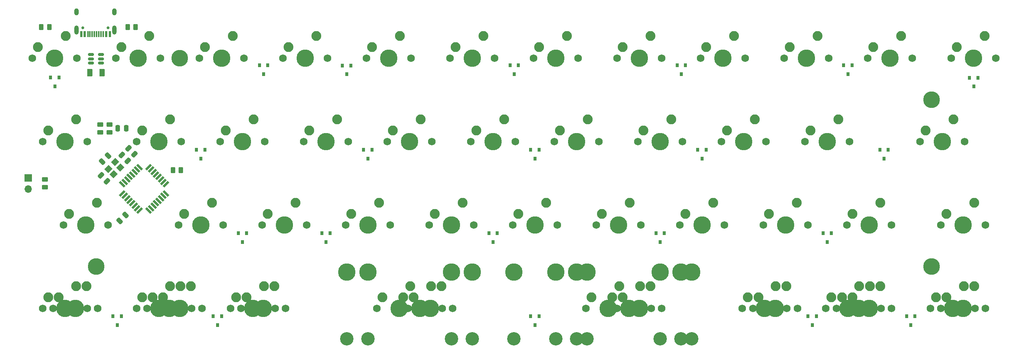
<source format=gbr>
%TF.GenerationSoftware,KiCad,Pcbnew,(6.0.1)*%
%TF.CreationDate,2022-03-03T09:55:52+01:00*%
%TF.ProjectId,bm42,626d3432-2e6b-4696-9361-645f70636258,rev?*%
%TF.SameCoordinates,Original*%
%TF.FileFunction,Soldermask,Bot*%
%TF.FilePolarity,Negative*%
%FSLAX46Y46*%
G04 Gerber Fmt 4.6, Leading zero omitted, Abs format (unit mm)*
G04 Created by KiCad (PCBNEW (6.0.1)) date 2022-03-03 09:55:52*
%MOMM*%
%LPD*%
G01*
G04 APERTURE LIST*
G04 Aperture macros list*
%AMRoundRect*
0 Rectangle with rounded corners*
0 $1 Rounding radius*
0 $2 $3 $4 $5 $6 $7 $8 $9 X,Y pos of 4 corners*
0 Add a 4 corners polygon primitive as box body*
4,1,4,$2,$3,$4,$5,$6,$7,$8,$9,$2,$3,0*
0 Add four circle primitives for the rounded corners*
1,1,$1+$1,$2,$3*
1,1,$1+$1,$4,$5*
1,1,$1+$1,$6,$7*
1,1,$1+$1,$8,$9*
0 Add four rect primitives between the rounded corners*
20,1,$1+$1,$2,$3,$4,$5,0*
20,1,$1+$1,$4,$5,$6,$7,0*
20,1,$1+$1,$6,$7,$8,$9,0*
20,1,$1+$1,$8,$9,$2,$3,0*%
%AMRotRect*
0 Rectangle, with rotation*
0 The origin of the aperture is its center*
0 $1 length*
0 $2 width*
0 $3 Rotation angle, in degrees counterclockwise*
0 Add horizontal line*
21,1,$1,$2,0,0,$3*%
G04 Aperture macros list end*
%ADD10C,3.987800*%
%ADD11C,1.750000*%
%ADD12C,2.250000*%
%ADD13C,3.048000*%
%ADD14RoundRect,0.250000X0.512652X0.159099X0.159099X0.512652X-0.512652X-0.159099X-0.159099X-0.512652X0*%
%ADD15RoundRect,0.250000X-0.262500X-0.450000X0.262500X-0.450000X0.262500X0.450000X-0.262500X0.450000X0*%
%ADD16RotRect,1.600000X0.550000X315.000000*%
%ADD17RotRect,1.600000X0.550000X225.000000*%
%ADD18R,0.800000X0.900000*%
%ADD19C,3.800000*%
%ADD20RoundRect,0.250000X0.262500X0.450000X-0.262500X0.450000X-0.262500X-0.450000X0.262500X-0.450000X0*%
%ADD21RoundRect,0.150000X0.512500X0.150000X-0.512500X0.150000X-0.512500X-0.150000X0.512500X-0.150000X0*%
%ADD22RotRect,1.400000X1.200000X45.000000*%
%ADD23RoundRect,0.250000X0.159099X-0.512652X0.512652X-0.159099X-0.159099X0.512652X-0.512652X0.159099X0*%
%ADD24RoundRect,0.250000X0.450000X-0.262500X0.450000X0.262500X-0.450000X0.262500X-0.450000X-0.262500X0*%
%ADD25RoundRect,0.250000X0.375000X0.625000X-0.375000X0.625000X-0.375000X-0.625000X0.375000X-0.625000X0*%
%ADD26RoundRect,0.250000X-0.450000X0.262500X-0.450000X-0.262500X0.450000X-0.262500X0.450000X0.262500X0*%
%ADD27RoundRect,0.250000X-0.159099X0.512652X-0.512652X0.159099X0.159099X-0.512652X0.512652X-0.159099X0*%
%ADD28RoundRect,0.250000X-0.250000X-0.475000X0.250000X-0.475000X0.250000X0.475000X-0.250000X0.475000X0*%
%ADD29R,1.700000X1.700000*%
%ADD30O,1.700000X1.700000*%
%ADD31C,0.650000*%
%ADD32R,0.600000X1.450000*%
%ADD33R,0.300000X1.450000*%
%ADD34O,1.000000X2.100000*%
%ADD35O,1.000000X1.600000*%
G04 APERTURE END LIST*
D10*
%TO.C,MX26*%
X114300000Y-107950000D03*
D11*
X119380000Y-107950000D03*
X109220000Y-107950000D03*
D12*
X110490000Y-105410000D03*
X116840000Y-102870000D03*
%TD*%
D10*
%TO.C,MX55*%
X247650000Y-127000000D03*
D11*
X242570000Y-127000000D03*
X252730000Y-127000000D03*
D12*
X243840000Y-124460000D03*
X250190000Y-121920000D03*
%TD*%
D11*
%TO.C,MX5*%
X113982500Y-69850000D03*
X124142500Y-69850000D03*
D10*
X119062500Y-69850000D03*
D12*
X115252500Y-67310000D03*
X121602500Y-64770000D03*
%TD*%
D11*
%TO.C,MX52*%
X209867500Y-127000000D03*
X199707500Y-127000000D03*
D10*
X204787500Y-127000000D03*
D12*
X200977500Y-124460000D03*
X207327500Y-121920000D03*
%TD*%
D10*
%TO.C,MX31*%
X209550000Y-107950000D03*
D11*
X204470000Y-107950000D03*
X214630000Y-107950000D03*
D12*
X205740000Y-105410000D03*
X212090000Y-102870000D03*
%TD*%
D10*
%TO.C,MX3*%
X80962500Y-69850000D03*
D11*
X75882500Y-69850000D03*
X86042500Y-69850000D03*
D12*
X77152500Y-67310000D03*
X83502500Y-64770000D03*
%TD*%
D11*
%TO.C,MX15*%
X109855000Y-88900000D03*
X99695000Y-88900000D03*
D10*
X104775000Y-88900000D03*
D12*
X100965000Y-86360000D03*
X107315000Y-83820000D03*
%TD*%
D11*
%TO.C,MX12*%
X40163750Y-88900000D03*
X50323750Y-88900000D03*
D10*
X45243750Y-88900000D03*
D12*
X41433750Y-86360000D03*
X47783750Y-83820000D03*
%TD*%
D11*
%TO.C,MX32*%
X233680000Y-107950000D03*
D10*
X228600000Y-107950000D03*
D11*
X223520000Y-107950000D03*
D12*
X224790000Y-105410000D03*
X231140000Y-102870000D03*
%TD*%
D11*
%TO.C,MX1*%
X37782500Y-69850000D03*
D10*
X42862500Y-69850000D03*
D11*
X47942500Y-69850000D03*
D12*
X39052500Y-67310000D03*
X45402500Y-64770000D03*
%TD*%
D11*
%TO.C,MX43*%
X247332500Y-69850000D03*
X257492500Y-69850000D03*
D10*
X252412500Y-69850000D03*
D12*
X248602500Y-67310000D03*
X254952500Y-64770000D03*
%TD*%
D11*
%TO.C,MX34*%
X40163750Y-127000000D03*
X50323750Y-127000000D03*
D10*
X45243750Y-127000000D03*
D12*
X41433750Y-124460000D03*
X47783750Y-121920000D03*
%TD*%
D11*
%TO.C,MX2*%
X56832500Y-69850000D03*
D10*
X61912500Y-69850000D03*
D11*
X66992500Y-69850000D03*
D12*
X58102500Y-67310000D03*
X64452500Y-64770000D03*
%TD*%
D10*
%TO.C,MX53*%
X226218750Y-127000000D03*
D11*
X221138750Y-127000000D03*
X231298750Y-127000000D03*
D12*
X222408750Y-124460000D03*
X228758750Y-121920000D03*
%TD*%
D11*
%TO.C,MX25*%
X100330000Y-107950000D03*
D10*
X95250000Y-107950000D03*
D11*
X90170000Y-107950000D03*
D12*
X91440000Y-105410000D03*
X97790000Y-102870000D03*
%TD*%
D10*
%TO.C,MX54*%
X223837500Y-127000000D03*
D11*
X228917500Y-127000000D03*
X218757500Y-127000000D03*
D12*
X220027500Y-124460000D03*
X226377500Y-121920000D03*
%TD*%
D11*
%TO.C,MX50*%
X76517500Y-127000000D03*
D10*
X71437500Y-127000000D03*
D11*
X66357500Y-127000000D03*
D12*
X67627500Y-124460000D03*
X73977500Y-121920000D03*
%TD*%
D11*
%TO.C,MX49*%
X63976250Y-127000000D03*
D10*
X69056250Y-127000000D03*
D11*
X74136250Y-127000000D03*
D12*
X65246250Y-124460000D03*
X71596250Y-121920000D03*
%TD*%
D10*
%TO.C,MX22*%
X245268750Y-88900000D03*
D11*
X250348750Y-88900000D03*
X240188750Y-88900000D03*
D12*
X241458750Y-86360000D03*
X247808750Y-83820000D03*
%TD*%
D10*
%TO.C,MX39*%
X188118750Y-118745000D03*
D11*
X171132500Y-127000000D03*
D10*
X164306250Y-118745000D03*
D13*
X188118750Y-133985000D03*
D11*
X181292500Y-127000000D03*
D10*
X176212500Y-127000000D03*
D13*
X164306250Y-133985000D03*
D12*
X172402500Y-124460000D03*
X178752500Y-121920000D03*
%TD*%
D10*
%TO.C,MX19*%
X180975000Y-88900000D03*
D11*
X186055000Y-88900000D03*
X175895000Y-88900000D03*
D12*
X177165000Y-86360000D03*
X183515000Y-83820000D03*
%TD*%
D11*
%TO.C,MX7*%
X162242500Y-69850000D03*
D10*
X157162500Y-69850000D03*
D11*
X152082500Y-69850000D03*
D12*
X153352500Y-67310000D03*
X159702500Y-64770000D03*
%TD*%
D11*
%TO.C,MX20*%
X194945000Y-88900000D03*
X205105000Y-88900000D03*
D10*
X200025000Y-88900000D03*
D12*
X196215000Y-86360000D03*
X202565000Y-83820000D03*
%TD*%
D11*
%TO.C,MX48*%
X42545000Y-127000000D03*
D10*
X47625000Y-127000000D03*
D11*
X52705000Y-127000000D03*
D12*
X43815000Y-124460000D03*
X50165000Y-121920000D03*
%TD*%
D11*
%TO.C,MX18*%
X156845000Y-88900000D03*
X167005000Y-88900000D03*
D10*
X161925000Y-88900000D03*
D12*
X158115000Y-86360000D03*
X164465000Y-83820000D03*
%TD*%
D11*
%TO.C,MX17*%
X137795000Y-88900000D03*
D10*
X142875000Y-88900000D03*
D11*
X147955000Y-88900000D03*
D12*
X139065000Y-86360000D03*
X145415000Y-83820000D03*
%TD*%
D10*
%TO.C,MX40*%
X207168750Y-127000000D03*
D11*
X212248750Y-127000000D03*
X202088750Y-127000000D03*
D12*
X203358750Y-124460000D03*
X209708750Y-121920000D03*
%TD*%
D11*
%TO.C,MX36*%
X83026250Y-127000000D03*
D10*
X88106250Y-127000000D03*
D11*
X93186250Y-127000000D03*
D12*
X84296250Y-124460000D03*
X90646250Y-121920000D03*
%TD*%
D11*
%TO.C,MX51*%
X85407500Y-127000000D03*
D10*
X90487500Y-127000000D03*
D11*
X95567500Y-127000000D03*
D12*
X86677500Y-124460000D03*
X93027500Y-121920000D03*
%TD*%
D11*
%TO.C,MX27*%
X128270000Y-107950000D03*
D10*
X133350000Y-107950000D03*
D11*
X138430000Y-107950000D03*
D12*
X129540000Y-105410000D03*
X135890000Y-102870000D03*
%TD*%
D11*
%TO.C,MX41*%
X223520000Y-127000000D03*
D10*
X228600000Y-127000000D03*
D11*
X233680000Y-127000000D03*
D12*
X224790000Y-124460000D03*
X231140000Y-121920000D03*
%TD*%
D13*
%TO.C,MX37*%
X147637500Y-133985000D03*
D10*
X128587500Y-127000000D03*
X109537500Y-118745000D03*
D11*
X133667500Y-127000000D03*
D10*
X147637500Y-118745000D03*
D13*
X109537500Y-133985000D03*
D11*
X123507500Y-127000000D03*
D12*
X124777500Y-124460000D03*
X131127500Y-121920000D03*
%TD*%
D10*
%TO.C,MX46*%
X121443750Y-127000000D03*
D11*
X116363750Y-127000000D03*
D13*
X133350000Y-133985000D03*
D11*
X126523750Y-127000000D03*
D13*
X109537500Y-133985000D03*
D10*
X133350000Y-118745000D03*
X109537500Y-118745000D03*
D12*
X117633750Y-124460000D03*
X123983750Y-121920000D03*
%TD*%
D11*
%TO.C,MX14*%
X80645000Y-88900000D03*
D10*
X85725000Y-88900000D03*
D11*
X90805000Y-88900000D03*
D12*
X81915000Y-86360000D03*
X88265000Y-83820000D03*
%TD*%
D11*
%TO.C,MX10*%
X219392500Y-69850000D03*
X209232500Y-69850000D03*
D10*
X214312500Y-69850000D03*
D12*
X210502500Y-67310000D03*
X216852500Y-64770000D03*
%TD*%
D10*
%TO.C,MX4*%
X100012500Y-69850000D03*
D11*
X94932500Y-69850000D03*
X105092500Y-69850000D03*
D12*
X96202500Y-67310000D03*
X102552500Y-64770000D03*
%TD*%
D10*
%TO.C,MX45*%
X161925000Y-118745000D03*
D11*
X168751250Y-127000000D03*
X178911250Y-127000000D03*
D10*
X173831250Y-127000000D03*
D13*
X185737500Y-133985000D03*
X161925000Y-133985000D03*
D10*
X185737500Y-118745000D03*
D12*
X170021250Y-124460000D03*
X176371250Y-121920000D03*
%TD*%
D10*
%TO.C,MX33*%
X250031250Y-107950000D03*
D11*
X255111250Y-107950000D03*
X244951250Y-107950000D03*
D12*
X246221250Y-105410000D03*
X252571250Y-102870000D03*
%TD*%
D11*
%TO.C,MX21*%
X213995000Y-88900000D03*
X224155000Y-88900000D03*
D10*
X219075000Y-88900000D03*
D12*
X215265000Y-86360000D03*
X221615000Y-83820000D03*
%TD*%
D10*
%TO.C,MX6*%
X138112500Y-69850000D03*
D11*
X133032500Y-69850000D03*
X143192500Y-69850000D03*
D12*
X134302500Y-67310000D03*
X140652500Y-64770000D03*
%TD*%
D10*
%TO.C,MX23*%
X50006250Y-107950000D03*
D11*
X44926250Y-107950000D03*
X55086250Y-107950000D03*
D12*
X46196250Y-105410000D03*
X52546250Y-102870000D03*
%TD*%
D11*
%TO.C,MX28*%
X147320000Y-107950000D03*
X157480000Y-107950000D03*
D10*
X152400000Y-107950000D03*
D12*
X148590000Y-105410000D03*
X154940000Y-102870000D03*
%TD*%
D10*
%TO.C,MX47*%
X157162500Y-118745000D03*
D13*
X180975000Y-133985000D03*
D11*
X174148750Y-127000000D03*
D10*
X169068750Y-127000000D03*
D11*
X163988750Y-127000000D03*
D13*
X157162500Y-133985000D03*
D10*
X180975000Y-118745000D03*
D12*
X165258750Y-124460000D03*
X171608750Y-121920000D03*
%TD*%
D11*
%TO.C,MX29*%
X176530000Y-107950000D03*
X166370000Y-107950000D03*
D10*
X171450000Y-107950000D03*
D12*
X167640000Y-105410000D03*
X173990000Y-102870000D03*
%TD*%
D11*
%TO.C,MX30*%
X195580000Y-107950000D03*
X185420000Y-107950000D03*
D10*
X190500000Y-107950000D03*
D12*
X186690000Y-105410000D03*
X193040000Y-102870000D03*
%TD*%
D10*
%TO.C,MX9*%
X195262500Y-69850000D03*
D11*
X200342500Y-69850000D03*
X190182500Y-69850000D03*
D12*
X191452500Y-67310000D03*
X197802500Y-64770000D03*
%TD*%
D10*
%TO.C,MX44*%
X126206250Y-127000000D03*
D13*
X138112500Y-133985000D03*
D11*
X131286250Y-127000000D03*
D10*
X138112500Y-118745000D03*
X114300000Y-118745000D03*
D11*
X121126250Y-127000000D03*
D13*
X114300000Y-133985000D03*
D12*
X122396250Y-124460000D03*
X128746250Y-121920000D03*
%TD*%
D11*
%TO.C,MX16*%
X118745000Y-88900000D03*
X128905000Y-88900000D03*
D10*
X123825000Y-88900000D03*
D12*
X120015000Y-86360000D03*
X126365000Y-83820000D03*
%TD*%
D11*
%TO.C,MX24*%
X71120000Y-107950000D03*
X81280000Y-107950000D03*
D10*
X76200000Y-107950000D03*
D12*
X72390000Y-105410000D03*
X78740000Y-102870000D03*
%TD*%
D11*
%TO.C,MX35*%
X61595000Y-127000000D03*
X71755000Y-127000000D03*
D10*
X66675000Y-127000000D03*
D12*
X62865000Y-124460000D03*
X69215000Y-121920000D03*
%TD*%
D11*
%TO.C,MX42*%
X255111250Y-127000000D03*
X244951250Y-127000000D03*
D10*
X250031250Y-127000000D03*
D12*
X246221250Y-124460000D03*
X252571250Y-121920000D03*
%TD*%
D11*
%TO.C,MX11*%
X228282500Y-69850000D03*
X238442500Y-69850000D03*
D10*
X233362500Y-69850000D03*
D12*
X229552500Y-67310000D03*
X235902500Y-64770000D03*
%TD*%
D10*
%TO.C,MX13*%
X66675000Y-88900000D03*
D11*
X71755000Y-88900000D03*
X61595000Y-88900000D03*
D12*
X62865000Y-86360000D03*
X69215000Y-83820000D03*
%TD*%
D11*
%TO.C,MX8*%
X171132500Y-69850000D03*
D10*
X176212500Y-69850000D03*
D11*
X181292500Y-69850000D03*
D12*
X172402500Y-67310000D03*
X178752500Y-64770000D03*
%TD*%
D14*
%TO.C,C2*%
X61080211Y-91782574D03*
X59736709Y-90439072D03*
%TD*%
D15*
%TO.C,R1*%
X39854500Y-62738000D03*
X41679500Y-62738000D03*
%TD*%
D16*
%TO.C,U1*%
X58299734Y-98699944D03*
X58865420Y-98134259D03*
X59431105Y-97568573D03*
X59996790Y-97002888D03*
X60562476Y-96437202D03*
X61128161Y-95871517D03*
X61693847Y-95305832D03*
X62259532Y-94740146D03*
D17*
X64310142Y-94740146D03*
X64875827Y-95305832D03*
X65441513Y-95871517D03*
X66007198Y-96437202D03*
X66572884Y-97002888D03*
X67138569Y-97568573D03*
X67704254Y-98134259D03*
X68269940Y-98699944D03*
D16*
X68269940Y-100750554D03*
X67704254Y-101316239D03*
X67138569Y-101881925D03*
X66572884Y-102447610D03*
X66007198Y-103013296D03*
X65441513Y-103578981D03*
X64875827Y-104144666D03*
X64310142Y-104710352D03*
D17*
X62259532Y-104710352D03*
X61693847Y-104144666D03*
X61128161Y-103578981D03*
X60562476Y-103013296D03*
X59996790Y-102447610D03*
X59431105Y-101881925D03*
X58865420Y-101316239D03*
X58299734Y-100750554D03*
%TD*%
D18*
%TO.C,D6*%
X223774000Y-73517000D03*
X222824000Y-71517000D03*
X224724000Y-71517000D03*
%TD*%
%TO.C,D19*%
X57150000Y-130794000D03*
X56200000Y-128794000D03*
X58100000Y-128794000D03*
%TD*%
%TO.C,D2*%
X90551000Y-73517000D03*
X89601000Y-71517000D03*
X91501000Y-71517000D03*
%TD*%
D19*
%TO.C,H2*%
X242887500Y-79375000D03*
%TD*%
D14*
%TO.C,C3*%
X54806409Y-97980174D03*
X53462907Y-96636672D03*
%TD*%
D19*
%TO.C,H5*%
X242887500Y-117475000D03*
%TD*%
D18*
%TO.C,D18*%
X219075000Y-111871000D03*
X218125000Y-109871000D03*
X220025000Y-109871000D03*
%TD*%
%TO.C,D11*%
X190500000Y-92821000D03*
X189550000Y-90821000D03*
X191450000Y-90821000D03*
%TD*%
%TO.C,D1*%
X42926000Y-76311000D03*
X41976000Y-74311000D03*
X43876000Y-74311000D03*
%TD*%
D20*
%TO.C,R5*%
X71676900Y-95402400D03*
X69851900Y-95402400D03*
%TD*%
D18*
%TO.C,D9*%
X114300000Y-92821000D03*
X113350000Y-90821000D03*
X115250000Y-90821000D03*
%TD*%
D19*
%TO.C,H1*%
X71437500Y-69850000D03*
%TD*%
D18*
%TO.C,D23*%
X215646000Y-130794000D03*
X214696000Y-128794000D03*
X216596000Y-128794000D03*
%TD*%
%TO.C,D14*%
X85725000Y-111871000D03*
X84775000Y-109871000D03*
X86675000Y-109871000D03*
%TD*%
%TO.C,D15*%
X104775000Y-111871000D03*
X103825000Y-109871000D03*
X105725000Y-109871000D03*
%TD*%
%TO.C,D10*%
X152400000Y-92821000D03*
X151450000Y-90821000D03*
X153350000Y-90821000D03*
%TD*%
D21*
%TO.C,U2*%
X53410700Y-69052400D03*
X53410700Y-70002400D03*
X53410700Y-70952400D03*
X51135700Y-70952400D03*
X51135700Y-70002400D03*
X51135700Y-69052400D03*
%TD*%
D18*
%TO.C,D24*%
X238125000Y-130794000D03*
X237175000Y-128794000D03*
X239075000Y-128794000D03*
%TD*%
%TO.C,D8*%
X76200000Y-92821000D03*
X75250000Y-90821000D03*
X77150000Y-90821000D03*
%TD*%
D22*
%TO.C,X1*%
X55110742Y-95172777D03*
X56666377Y-93617142D03*
X57868458Y-94819223D03*
X56312823Y-96374858D03*
%TD*%
D23*
%TO.C,C4*%
X53723086Y-93488200D03*
X55066588Y-92144698D03*
%TD*%
D18*
%TO.C,D17*%
X180975000Y-111871000D03*
X180025000Y-109871000D03*
X181925000Y-109871000D03*
%TD*%
%TO.C,D16*%
X142875000Y-111871000D03*
X141925000Y-109871000D03*
X143825000Y-109871000D03*
%TD*%
%TO.C,D3*%
X109474000Y-73533000D03*
X108524000Y-71533000D03*
X110424000Y-71533000D03*
%TD*%
D24*
%TO.C,R6*%
X40640000Y-99362900D03*
X40640000Y-97537900D03*
%TD*%
D25*
%TO.C,F1*%
X53724000Y-73152000D03*
X50924000Y-73152000D03*
%TD*%
D18*
%TO.C,D12*%
X232029000Y-92821000D03*
X231079000Y-90821000D03*
X232979000Y-90821000D03*
%TD*%
D26*
%TO.C,R3*%
X53289200Y-84990300D03*
X53289200Y-86815300D03*
%TD*%
D27*
%TO.C,C6*%
X59040951Y-105703449D03*
X57697449Y-107046951D03*
%TD*%
D14*
%TO.C,C5*%
X59505409Y-93306574D03*
X58161907Y-91963072D03*
%TD*%
D28*
%TO.C,C1*%
X57266800Y-85902800D03*
X59166800Y-85902800D03*
%TD*%
D26*
%TO.C,R4*%
X55422800Y-84990300D03*
X55422800Y-86815300D03*
%TD*%
D19*
%TO.C,H4*%
X52387500Y-117475000D03*
%TD*%
D18*
%TO.C,D20*%
X80010000Y-130794000D03*
X79060000Y-128794000D03*
X80960000Y-128794000D03*
%TD*%
D20*
%TO.C,R2*%
X61364500Y-62738000D03*
X59539500Y-62738000D03*
%TD*%
D18*
%TO.C,D4*%
X147701000Y-73517000D03*
X146751000Y-71517000D03*
X148651000Y-71517000D03*
%TD*%
D29*
%TO.C,RESET*%
X36830000Y-97226200D03*
D30*
X36830000Y-99766200D03*
%TD*%
D18*
%TO.C,D5*%
X185801000Y-73517000D03*
X184851000Y-71517000D03*
X186751000Y-71517000D03*
%TD*%
D31*
%TO.C,USB1*%
X49307000Y-62925000D03*
X55087000Y-62925000D03*
D32*
X48947000Y-64370000D03*
X49747000Y-64370000D03*
D33*
X50947000Y-64370000D03*
X51947000Y-64370000D03*
X52447000Y-64370000D03*
X53447000Y-64370000D03*
D32*
X54647000Y-64370000D03*
X55447000Y-64370000D03*
X55447000Y-64370000D03*
X54647000Y-64370000D03*
D33*
X53947000Y-64370000D03*
X52947000Y-64370000D03*
X51447000Y-64370000D03*
X50447000Y-64370000D03*
D32*
X49747000Y-64370000D03*
X48947000Y-64370000D03*
D34*
X56517000Y-63455000D03*
D35*
X56517000Y-59275000D03*
D34*
X47877000Y-63455000D03*
D35*
X47877000Y-59275000D03*
%TD*%
D18*
%TO.C,D22*%
X152400000Y-130794000D03*
X151450000Y-128794000D03*
X153350000Y-128794000D03*
%TD*%
%TO.C,D25*%
X252476000Y-76327000D03*
X251526000Y-74327000D03*
X253426000Y-74327000D03*
%TD*%
M02*

</source>
